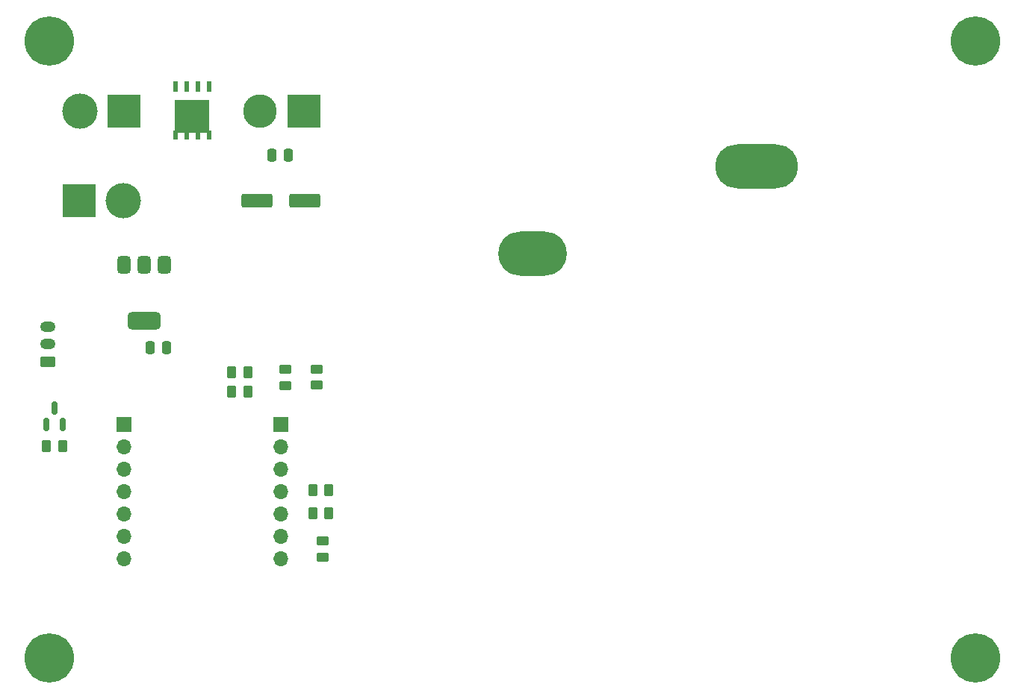
<source format=gbr>
%TF.GenerationSoftware,KiCad,Pcbnew,8.0.4*%
%TF.CreationDate,2025-02-03T15:53:43-05:00*%
%TF.ProjectId,AerospaceBigButton,4165726f-7370-4616-9365-426967427574,rev?*%
%TF.SameCoordinates,Original*%
%TF.FileFunction,Soldermask,Top*%
%TF.FilePolarity,Negative*%
%FSLAX46Y46*%
G04 Gerber Fmt 4.6, Leading zero omitted, Abs format (unit mm)*
G04 Created by KiCad (PCBNEW 8.0.4) date 2025-02-03 15:53:43*
%MOMM*%
%LPD*%
G01*
G04 APERTURE LIST*
G04 Aperture macros list*
%AMRoundRect*
0 Rectangle with rounded corners*
0 $1 Rounding radius*
0 $2 $3 $4 $5 $6 $7 $8 $9 X,Y pos of 4 corners*
0 Add a 4 corners polygon primitive as box body*
4,1,4,$2,$3,$4,$5,$6,$7,$8,$9,$2,$3,0*
0 Add four circle primitives for the rounded corners*
1,1,$1+$1,$2,$3*
1,1,$1+$1,$4,$5*
1,1,$1+$1,$6,$7*
1,1,$1+$1,$8,$9*
0 Add four rect primitives between the rounded corners*
20,1,$1+$1,$2,$3,$4,$5,0*
20,1,$1+$1,$4,$5,$6,$7,0*
20,1,$1+$1,$6,$7,$8,$9,0*
20,1,$1+$1,$8,$9,$2,$3,0*%
G04 Aperture macros list end*
%ADD10RoundRect,0.250000X-0.262500X-0.450000X0.262500X-0.450000X0.262500X0.450000X-0.262500X0.450000X0*%
%ADD11RoundRect,0.150000X0.150000X-0.587500X0.150000X0.587500X-0.150000X0.587500X-0.150000X-0.587500X0*%
%ADD12RoundRect,0.250000X-0.450000X0.262500X-0.450000X-0.262500X0.450000X-0.262500X0.450000X0.262500X0*%
%ADD13C,3.600000*%
%ADD14C,5.600000*%
%ADD15RoundRect,0.250000X0.450000X-0.262500X0.450000X0.262500X-0.450000X0.262500X-0.450000X-0.262500X0*%
%ADD16RoundRect,0.250000X0.262500X0.450000X-0.262500X0.450000X-0.262500X-0.450000X0.262500X-0.450000X0*%
%ADD17RoundRect,0.250000X0.625000X-0.350000X0.625000X0.350000X-0.625000X0.350000X-0.625000X-0.350000X0*%
%ADD18O,1.750000X1.200000*%
%ADD19R,3.800000X3.800000*%
%ADD20C,3.800000*%
%ADD21O,7.800000X5.000000*%
%ADD22O,9.400000X5.000000*%
%ADD23RoundRect,0.375000X-0.375000X0.625000X-0.375000X-0.625000X0.375000X-0.625000X0.375000X0.625000X0*%
%ADD24RoundRect,0.500000X-1.400000X0.500000X-1.400000X-0.500000X1.400000X-0.500000X1.400000X0.500000X0*%
%ADD25R,0.610000X1.270000*%
%ADD26R,3.910000X3.810000*%
%ADD27R,0.610000X1.020000*%
%ADD28RoundRect,0.250000X-0.250000X-0.475000X0.250000X-0.475000X0.250000X0.475000X-0.250000X0.475000X0*%
%ADD29RoundRect,0.250000X-1.500000X-0.550000X1.500000X-0.550000X1.500000X0.550000X-1.500000X0.550000X0*%
%ADD30C,4.000000*%
%ADD31R,1.700000X1.700000*%
%ADD32O,1.700000X1.700000*%
G04 APERTURE END LIST*
D10*
%TO.C,R6*%
X56512500Y-66000000D03*
X54687500Y-66000000D03*
%TD*%
D11*
%TO.C,Q2*%
X54650000Y-63537500D03*
X56550000Y-63537500D03*
X55600000Y-61662500D03*
%TD*%
D12*
%TO.C,R9*%
X81800000Y-57287500D03*
X81800000Y-59112500D03*
%TD*%
D13*
%TO.C,H4*%
X55000000Y-90000000D03*
D14*
X55000000Y-90000000D03*
%TD*%
D12*
%TO.C,R8*%
X85320000Y-57252500D03*
X85320000Y-59077500D03*
%TD*%
D15*
%TO.C,R1*%
X86000000Y-78600000D03*
X86000000Y-76775000D03*
%TD*%
D13*
%TO.C,H1*%
X55000000Y-20000000D03*
D14*
X55000000Y-20000000D03*
%TD*%
D16*
%TO.C,R5*%
X86712500Y-73600000D03*
X84887500Y-73600000D03*
%TD*%
D17*
%TO.C,J6*%
X54850000Y-56400000D03*
D18*
X54850000Y-54400000D03*
X54850000Y-52400000D03*
%TD*%
D10*
%TO.C,R3*%
X75687500Y-59800000D03*
X77512500Y-59800000D03*
%TD*%
D19*
%TO.C,J3*%
X83900000Y-27940000D03*
D20*
X78900000Y-27940000D03*
%TD*%
D13*
%TO.C,H3*%
X160000000Y-90000000D03*
D14*
X160000000Y-90000000D03*
%TD*%
D21*
%TO.C,SW1*%
X109760000Y-44150000D03*
D22*
X135160000Y-34260000D03*
%TD*%
D23*
%TO.C,U1*%
X68100000Y-45450000D03*
X65800000Y-45450000D03*
D24*
X65800000Y-51750000D03*
D23*
X63500000Y-45450000D03*
%TD*%
D25*
%TO.C,Q1*%
X73110000Y-25200000D03*
X71840000Y-25200000D03*
X70570000Y-25200000D03*
X69300000Y-25200000D03*
D26*
X71205000Y-28560000D03*
D27*
X73110000Y-30665000D03*
X71840000Y-30665000D03*
X70570000Y-30665000D03*
X69300000Y-30665000D03*
%TD*%
D13*
%TO.C,H2*%
X160000000Y-20000000D03*
D14*
X160000000Y-20000000D03*
%TD*%
D28*
%TO.C,C2*%
X66450000Y-54800000D03*
X68350000Y-54800000D03*
%TD*%
D29*
%TO.C,C3*%
X78580000Y-38100000D03*
X83980000Y-38100000D03*
%TD*%
D10*
%TO.C,R4*%
X84887500Y-71000000D03*
X86712500Y-71000000D03*
%TD*%
D28*
%TO.C,C1*%
X80250000Y-33000000D03*
X82150000Y-33000000D03*
%TD*%
D19*
%TO.C,J5*%
X58420000Y-38100000D03*
D30*
X63420000Y-38100000D03*
%TD*%
D31*
%TO.C,J1*%
X63500000Y-63500000D03*
D32*
X63500000Y-66040000D03*
X63500000Y-68580000D03*
X63500000Y-71120000D03*
X63500000Y-73660000D03*
X63500000Y-76200000D03*
X63500000Y-78740000D03*
%TD*%
D19*
%TO.C,J4*%
X63500000Y-27940000D03*
D30*
X58500000Y-27940000D03*
%TD*%
D10*
%TO.C,R2*%
X75687500Y-57600000D03*
X77512500Y-57600000D03*
%TD*%
D31*
%TO.C,J2*%
X81280000Y-63500000D03*
D32*
X81280000Y-66040000D03*
X81280000Y-68580000D03*
X81280000Y-71120000D03*
X81280000Y-73660000D03*
X81280000Y-76200000D03*
X81280000Y-78740000D03*
%TD*%
M02*

</source>
